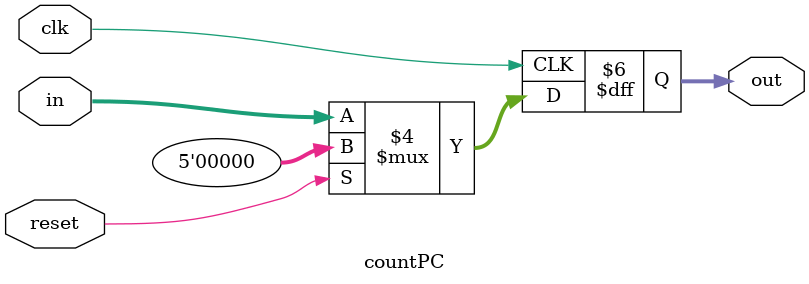
<source format=v>

module countPC (in, reset, clk, out);
	input reset, clk;
	input [4:0] in;
	output reg [4:0] out;
	
	initial begin
		out = 0;
	end
	
	always @ (posedge clk) begin
		if(reset)
			out = 0;
		else
			out = in;
	end
endmodule
</source>
